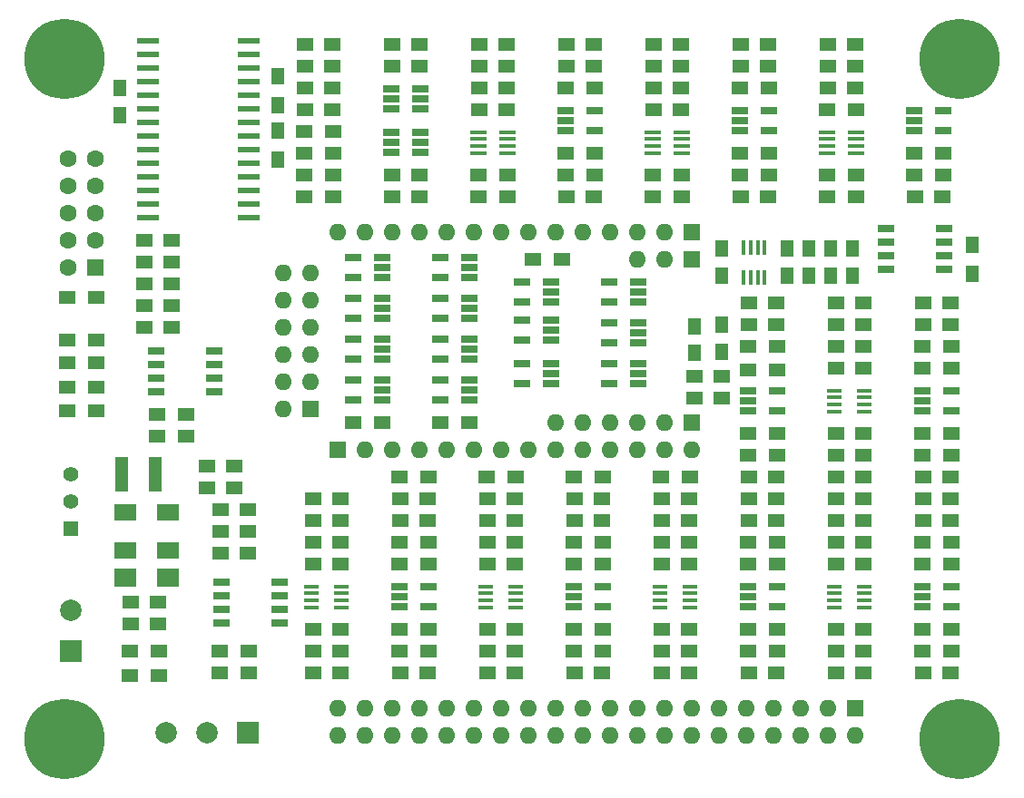
<source format=gbr>
G04 #@! TF.FileFunction,Soldermask,Bot*
%FSLAX46Y46*%
G04 Gerber Fmt 4.6, Leading zero omitted, Abs format (unit mm)*
G04 Created by KiCad (PCBNEW 4.0.6) date 04/24/18 14:39:14*
%MOMM*%
%LPD*%
G01*
G04 APERTURE LIST*
%ADD10C,0.100000*%
%ADD11C,7.500000*%
%ADD12R,1.500000X1.300000*%
%ADD13R,1.560000X0.650000*%
%ADD14O,1.600000X1.600000*%
%ADD15R,1.600000X1.600000*%
%ADD16R,1.400000X0.400000*%
%ADD17R,1.500000X1.250000*%
%ADD18C,1.600000*%
%ADD19R,2.000000X1.600000*%
%ADD20R,1.250000X1.500000*%
%ADD21R,2.000000X2.000000*%
%ADD22C,2.000000*%
%ADD23R,1.200000X3.300000*%
%ADD24R,2.000000X1.700000*%
%ADD25R,1.300000X1.500000*%
%ADD26R,1.550000X0.650000*%
%ADD27R,1.400000X1.400000*%
%ADD28C,1.400000*%
%ADD29R,0.400000X1.400000*%
%ADD30R,1.560000X0.400000*%
%ADD31R,2.000000X0.600000*%
G04 APERTURE END LIST*
D10*
D11*
X86750000Y66750000D03*
D12*
X68914000Y55880000D03*
X66214000Y55880000D03*
D13*
X33702000Y62042000D03*
X33702000Y62992000D03*
X33702000Y63942000D03*
X36402000Y63942000D03*
X36402000Y62042000D03*
X36402000Y62992000D03*
D14*
X54102000Y30226000D03*
X49022000Y32766000D03*
X51562000Y32766000D03*
X54102000Y32766000D03*
X56642000Y32766000D03*
X59182000Y32766000D03*
D15*
X61722000Y32766000D03*
D14*
X38862000Y30226000D03*
X41402000Y30226000D03*
X43942000Y30226000D03*
X46482000Y30226000D03*
X49022000Y30226000D03*
X51562000Y30226000D03*
X61722000Y30226000D03*
X31242000Y30226000D03*
X56642000Y30226000D03*
X33782000Y30226000D03*
X59182000Y30226000D03*
X36322000Y30226000D03*
D15*
X28702000Y30226000D03*
D14*
X23622000Y34036000D03*
X23622000Y46736000D03*
X23622000Y44196000D03*
X23622000Y41656000D03*
X23622000Y39116000D03*
X23622000Y36576000D03*
D15*
X26162000Y34036000D03*
D14*
X26162000Y36576000D03*
X26162000Y39116000D03*
X26162000Y41656000D03*
X26162000Y44196000D03*
X26162000Y46736000D03*
X56642000Y48006000D03*
X59182000Y48006000D03*
D15*
X61722000Y48006000D03*
X61722000Y50546000D03*
D14*
X36322000Y50546000D03*
X59182000Y50546000D03*
X33782000Y50546000D03*
X56642000Y50546000D03*
X31242000Y50546000D03*
X54102000Y50546000D03*
X28702000Y50546000D03*
X51562000Y50546000D03*
X49022000Y50546000D03*
X46482000Y50546000D03*
X43942000Y50546000D03*
X41402000Y50546000D03*
X38862000Y50546000D03*
D16*
X42542000Y15540000D03*
X42542000Y16180000D03*
X42542000Y16840000D03*
X42542000Y17480000D03*
X45342000Y17480000D03*
X45342000Y16840000D03*
X45342000Y16180000D03*
X45342000Y15540000D03*
D17*
X28936000Y13462000D03*
X26436000Y13462000D03*
D15*
X6096000Y47244000D03*
D18*
X3556000Y47244000D03*
X6096000Y49784000D03*
X3556000Y49784000D03*
X6096000Y52324000D03*
X3556000Y52324000D03*
X6096000Y54864000D03*
X3556000Y54864000D03*
X6096000Y57404000D03*
X3556000Y57404000D03*
D19*
X8922000Y20828000D03*
X12922000Y20828000D03*
D11*
X3250000Y3250000D03*
X86750000Y3250000D03*
X3250000Y66750000D03*
D19*
X8922000Y24384000D03*
X12922000Y24384000D03*
D17*
X9418000Y13970000D03*
X11918000Y13970000D03*
X9418000Y16002000D03*
X11918000Y16002000D03*
D20*
X74676000Y46502000D03*
X74676000Y49002000D03*
X76708000Y46502000D03*
X76708000Y49002000D03*
D17*
X34564000Y25654000D03*
X37064000Y25654000D03*
X37064000Y23622000D03*
X34564000Y23622000D03*
X28936000Y9398000D03*
X26436000Y9398000D03*
X26436000Y25654000D03*
X28936000Y25654000D03*
X26436000Y23622000D03*
X28936000Y23622000D03*
X28936000Y21590000D03*
X26436000Y21590000D03*
X28936000Y19558000D03*
X26436000Y19558000D03*
X28936000Y11430000D03*
X26436000Y11430000D03*
X50820000Y25654000D03*
X53320000Y25654000D03*
X53320000Y23622000D03*
X50820000Y23622000D03*
X45192000Y9398000D03*
X42692000Y9398000D03*
X42692000Y25654000D03*
X45192000Y25654000D03*
X42692000Y23622000D03*
X45192000Y23622000D03*
X45192000Y21590000D03*
X42692000Y21590000D03*
X45192000Y19558000D03*
X42692000Y19558000D03*
X45192000Y13462000D03*
X42692000Y13462000D03*
X45192000Y11430000D03*
X42692000Y11430000D03*
X67076000Y25654000D03*
X69576000Y25654000D03*
X69576000Y23622000D03*
X67076000Y23622000D03*
X61448000Y9398000D03*
X58948000Y9398000D03*
X58948000Y25654000D03*
X61448000Y25654000D03*
X58948000Y23622000D03*
X61448000Y23622000D03*
X61448000Y21590000D03*
X58948000Y21590000D03*
X61448000Y19558000D03*
X58948000Y19558000D03*
X61448000Y13462000D03*
X58948000Y13462000D03*
X61448000Y11430000D03*
X58948000Y11430000D03*
X83332000Y25654000D03*
X85832000Y25654000D03*
X85832000Y23622000D03*
X83332000Y23622000D03*
X77704000Y9398000D03*
X75204000Y9398000D03*
X75204000Y25654000D03*
X77704000Y25654000D03*
X75204000Y23622000D03*
X77704000Y23622000D03*
X77704000Y21590000D03*
X75204000Y21590000D03*
X77704000Y19558000D03*
X75204000Y19558000D03*
X77704000Y13462000D03*
X75204000Y13462000D03*
X77704000Y11430000D03*
X75204000Y11430000D03*
X67076000Y43942000D03*
X69576000Y43942000D03*
X69576000Y41910000D03*
X67076000Y41910000D03*
X64496000Y35052000D03*
X61996000Y35052000D03*
X64496000Y37084000D03*
X61996000Y37084000D03*
D20*
X64516000Y39390000D03*
X64516000Y41890000D03*
X61976000Y41763000D03*
X61976000Y39263000D03*
X64516000Y46502000D03*
X64516000Y49002000D03*
X70612000Y46502000D03*
X70612000Y49002000D03*
X72644000Y46502000D03*
X72644000Y49002000D03*
D17*
X83332000Y43942000D03*
X85832000Y43942000D03*
X85832000Y41910000D03*
X83332000Y41910000D03*
X75204000Y27686000D03*
X77704000Y27686000D03*
X75204000Y43942000D03*
X77704000Y43942000D03*
X75204000Y41910000D03*
X77704000Y41910000D03*
X77704000Y39878000D03*
X75204000Y39878000D03*
X77704000Y37846000D03*
X75204000Y37846000D03*
X75204000Y31750000D03*
X77704000Y31750000D03*
X75204000Y29718000D03*
X77704000Y29718000D03*
X66314000Y68072000D03*
X68814000Y68072000D03*
X68814000Y66040000D03*
X66314000Y66040000D03*
X76942000Y66040000D03*
X74442000Y66040000D03*
X74442000Y68072000D03*
X76942000Y68072000D03*
X74442000Y64008000D03*
X76942000Y64008000D03*
X60686000Y61976000D03*
X58186000Y61976000D03*
X52558000Y68072000D03*
X50058000Y68072000D03*
X60686000Y66040000D03*
X58186000Y66040000D03*
X58186000Y68072000D03*
X60686000Y68072000D03*
X58186000Y64008000D03*
X60686000Y64008000D03*
X44430000Y61976000D03*
X41930000Y61976000D03*
X41930000Y64008000D03*
X44430000Y64008000D03*
X44430000Y66040000D03*
X41930000Y66040000D03*
X41930000Y68072000D03*
X44430000Y68072000D03*
X52558000Y66040000D03*
X50058000Y66040000D03*
X36302000Y68072000D03*
X33802000Y68072000D03*
X36302000Y66040000D03*
X33802000Y66040000D03*
X36302000Y55880000D03*
X33802000Y55880000D03*
X36302000Y53848000D03*
X33802000Y53848000D03*
X25674000Y68072000D03*
X28174000Y68072000D03*
X25674000Y66040000D03*
X28174000Y66040000D03*
X25674000Y64008000D03*
X28174000Y64008000D03*
X25674000Y61976000D03*
X28174000Y61976000D03*
X13188000Y49784000D03*
X10688000Y49784000D03*
X13188000Y47752000D03*
X10688000Y47752000D03*
X13188000Y45720000D03*
X10688000Y45720000D03*
X13188000Y43688000D03*
X10688000Y43688000D03*
X13188000Y41656000D03*
X10688000Y41656000D03*
X19030000Y28702000D03*
X16530000Y28702000D03*
X19030000Y26670000D03*
X16530000Y26670000D03*
X20300000Y24638000D03*
X17800000Y24638000D03*
X20300000Y22606000D03*
X17800000Y22606000D03*
X20300000Y20574000D03*
X17800000Y20574000D03*
D20*
X8382000Y61488000D03*
X8382000Y63988000D03*
D21*
X3810000Y11430000D03*
D22*
X3810000Y15240000D03*
D21*
X20320000Y3810000D03*
D22*
X12700000Y3810000D03*
X16510000Y3810000D03*
D15*
X76962000Y6096000D03*
D14*
X76962000Y3556000D03*
X74422000Y6096000D03*
X74422000Y3556000D03*
X71882000Y6096000D03*
X71882000Y3556000D03*
X69342000Y6096000D03*
X69342000Y3556000D03*
X66802000Y6096000D03*
X66802000Y3556000D03*
X64262000Y6096000D03*
X64262000Y3556000D03*
X61722000Y6096000D03*
X61722000Y3556000D03*
X59182000Y6096000D03*
X59182000Y3556000D03*
X56642000Y6096000D03*
X56642000Y3556000D03*
X54102000Y6096000D03*
X54102000Y3556000D03*
X51562000Y6096000D03*
X51562000Y3556000D03*
X49022000Y6096000D03*
X49022000Y3556000D03*
X46482000Y6096000D03*
X46482000Y3556000D03*
X43942000Y6096000D03*
X43942000Y3556000D03*
X41402000Y6096000D03*
X41402000Y3556000D03*
X38862000Y6096000D03*
X38862000Y3556000D03*
X36322000Y6096000D03*
X36322000Y3556000D03*
X33782000Y6096000D03*
X33782000Y3556000D03*
X31242000Y6096000D03*
X31242000Y3556000D03*
X28702000Y6096000D03*
X28702000Y3556000D03*
D23*
X11710000Y27940000D03*
X8610000Y27940000D03*
D17*
X37064000Y9398000D03*
X34564000Y9398000D03*
X50820000Y9398000D03*
X53320000Y9398000D03*
X69576000Y9398000D03*
X67076000Y9398000D03*
X85832000Y9398000D03*
X83332000Y9398000D03*
X67076000Y27686000D03*
X69576000Y27686000D03*
X85832000Y27686000D03*
X83332000Y27686000D03*
X85070000Y53848000D03*
X82570000Y53848000D03*
X68814000Y53848000D03*
X66314000Y53848000D03*
X52558000Y53848000D03*
X50058000Y53848000D03*
D24*
X8922000Y18288000D03*
X12922000Y18288000D03*
D12*
X46910000Y48006000D03*
X49610000Y48006000D03*
X32846000Y32766000D03*
X30146000Y32766000D03*
X40974000Y32766000D03*
X38274000Y32766000D03*
X12018000Y9144000D03*
X9318000Y9144000D03*
X12018000Y11430000D03*
X9318000Y11430000D03*
X6176000Y44450000D03*
X3476000Y44450000D03*
D25*
X87884000Y49356000D03*
X87884000Y46656000D03*
D12*
X34464000Y11430000D03*
X37164000Y11430000D03*
X37164000Y13462000D03*
X34464000Y13462000D03*
X37164000Y21590000D03*
X34464000Y21590000D03*
X34464000Y19558000D03*
X37164000Y19558000D03*
X50720000Y11430000D03*
X53420000Y11430000D03*
X53420000Y13462000D03*
X50720000Y13462000D03*
X53420000Y21590000D03*
X50720000Y21590000D03*
X50720000Y19558000D03*
X53420000Y19558000D03*
X66976000Y11430000D03*
X69676000Y11430000D03*
X69676000Y13462000D03*
X66976000Y13462000D03*
X69676000Y21590000D03*
X66976000Y21590000D03*
X66976000Y19558000D03*
X69676000Y19558000D03*
X83232000Y11430000D03*
X85932000Y11430000D03*
X85932000Y13462000D03*
X83232000Y13462000D03*
X85932000Y21590000D03*
X83232000Y21590000D03*
X83232000Y19558000D03*
X85932000Y19558000D03*
X69676000Y29718000D03*
X66976000Y29718000D03*
X66976000Y31750000D03*
X69676000Y31750000D03*
X69676000Y39878000D03*
X66976000Y39878000D03*
X69676000Y37719000D03*
X66976000Y37719000D03*
X83232000Y29718000D03*
X85932000Y29718000D03*
X83232000Y31750000D03*
X85932000Y31750000D03*
X85932000Y39878000D03*
X83232000Y39878000D03*
X83232000Y37846000D03*
X85932000Y37846000D03*
X45292000Y27686000D03*
X42592000Y27686000D03*
X34464000Y27686000D03*
X37164000Y27686000D03*
X61548000Y27686000D03*
X58848000Y27686000D03*
X53420000Y27686000D03*
X50720000Y27686000D03*
X77042000Y53848000D03*
X74342000Y53848000D03*
X77042000Y55880000D03*
X74342000Y55880000D03*
X85170000Y55880000D03*
X82470000Y55880000D03*
X82470000Y57912000D03*
X85170000Y57912000D03*
X74342000Y61976000D03*
X77042000Y61976000D03*
X60786000Y53848000D03*
X58086000Y53848000D03*
X60786000Y55880000D03*
X58086000Y55880000D03*
X66214000Y57912000D03*
X68914000Y57912000D03*
X68914000Y64008000D03*
X66214000Y64008000D03*
X44530000Y53848000D03*
X41830000Y53848000D03*
X44530000Y55880000D03*
X41830000Y55880000D03*
X52658000Y55880000D03*
X49958000Y55880000D03*
X49958000Y57912000D03*
X52658000Y57912000D03*
X52658000Y64008000D03*
X49958000Y64008000D03*
X14558000Y31496000D03*
X11858000Y31496000D03*
X11858000Y33528000D03*
X14558000Y33528000D03*
X20400000Y9398000D03*
X17700000Y9398000D03*
X17700000Y11430000D03*
X20400000Y11430000D03*
X3476000Y40513000D03*
X6176000Y40513000D03*
X3476000Y38354000D03*
X6176000Y38354000D03*
X3476000Y36068000D03*
X6176000Y36068000D03*
X3476000Y33909000D03*
X6176000Y33909000D03*
X25574000Y59944000D03*
X28274000Y59944000D03*
X28274000Y57912000D03*
X25574000Y57912000D03*
X25574000Y55880000D03*
X28274000Y55880000D03*
X28274000Y53848000D03*
X25574000Y53848000D03*
D25*
X23114000Y62404000D03*
X23114000Y65104000D03*
X23114000Y57324000D03*
X23114000Y60024000D03*
D26*
X79850000Y47117000D03*
X79850000Y48387000D03*
X79850000Y49657000D03*
X79850000Y50927000D03*
X85250000Y50927000D03*
X85250000Y49657000D03*
X85250000Y48387000D03*
X85250000Y47117000D03*
D27*
X3810000Y22860000D03*
D28*
X3810000Y27940000D03*
X3810000Y25400000D03*
D13*
X40974000Y40574000D03*
X40974000Y39624000D03*
X40974000Y38674000D03*
X38274000Y38674000D03*
X38274000Y40574000D03*
X40974000Y44384000D03*
X40974000Y43434000D03*
X40974000Y42484000D03*
X38274000Y42484000D03*
X38274000Y44384000D03*
X40974000Y48194000D03*
X40974000Y47244000D03*
X40974000Y46294000D03*
X38274000Y46294000D03*
X38274000Y48194000D03*
X32846000Y40574000D03*
X32846000Y39624000D03*
X32846000Y38674000D03*
X30146000Y38674000D03*
X30146000Y40574000D03*
X32846000Y44384000D03*
X32846000Y43434000D03*
X32846000Y42484000D03*
X30146000Y42484000D03*
X30146000Y44384000D03*
X32846000Y48194000D03*
X32846000Y47244000D03*
X32846000Y46294000D03*
X30146000Y46294000D03*
X30146000Y48194000D03*
X34464000Y15560000D03*
X34464000Y16510000D03*
X34464000Y17460000D03*
X37164000Y17460000D03*
X37164000Y15560000D03*
D16*
X26286000Y15540000D03*
X26286000Y16180000D03*
X26286000Y16840000D03*
X26286000Y17480000D03*
X29086000Y17480000D03*
X29086000Y16840000D03*
X29086000Y16180000D03*
X29086000Y15540000D03*
D13*
X50720000Y15560000D03*
X50720000Y16510000D03*
X50720000Y17460000D03*
X53420000Y17460000D03*
X53420000Y15560000D03*
X66976000Y15560000D03*
X66976000Y16510000D03*
X66976000Y17460000D03*
X69676000Y17460000D03*
X69676000Y15560000D03*
D16*
X58798000Y15540000D03*
X58798000Y16180000D03*
X58798000Y16840000D03*
X58798000Y17480000D03*
X61598000Y17480000D03*
X61598000Y16840000D03*
X61598000Y16180000D03*
X61598000Y15540000D03*
D13*
X83232000Y15560000D03*
X83232000Y16510000D03*
X83232000Y17460000D03*
X85932000Y17460000D03*
X85932000Y15560000D03*
D16*
X75054000Y15540000D03*
X75054000Y16180000D03*
X75054000Y16840000D03*
X75054000Y17480000D03*
X77854000Y17480000D03*
X77854000Y16840000D03*
X77854000Y16180000D03*
X77854000Y15540000D03*
D13*
X66976000Y33848000D03*
X66976000Y34798000D03*
X66976000Y35748000D03*
X69676000Y35748000D03*
X69676000Y33848000D03*
D29*
X66594000Y49152000D03*
X67234000Y49152000D03*
X67894000Y49152000D03*
X68534000Y49152000D03*
X68534000Y46352000D03*
X67894000Y46352000D03*
X67234000Y46352000D03*
X66594000Y46352000D03*
D13*
X83232000Y33848000D03*
X83232000Y34798000D03*
X83232000Y35748000D03*
X85932000Y35748000D03*
X85932000Y33848000D03*
D16*
X75054000Y33828000D03*
X75054000Y34468000D03*
X75054000Y35128000D03*
X75054000Y35768000D03*
X77854000Y35768000D03*
X77854000Y35128000D03*
X77854000Y34468000D03*
X77854000Y33828000D03*
D13*
X32846000Y36764000D03*
X32846000Y35814000D03*
X32846000Y34864000D03*
X30146000Y34864000D03*
X30146000Y36764000D03*
X40974000Y36764000D03*
X40974000Y35814000D03*
X40974000Y34864000D03*
X38274000Y34864000D03*
X38274000Y36764000D03*
X48594000Y38288000D03*
X48594000Y37338000D03*
X48594000Y36388000D03*
X45894000Y36388000D03*
X45894000Y38288000D03*
X48594000Y42352000D03*
X48594000Y41402000D03*
X48594000Y40452000D03*
X45894000Y40452000D03*
X45894000Y42352000D03*
X48594000Y45908000D03*
X48594000Y44958000D03*
X48594000Y44008000D03*
X45894000Y44008000D03*
X45894000Y45908000D03*
X56722000Y45908000D03*
X56722000Y44958000D03*
X56722000Y44008000D03*
X54022000Y44008000D03*
X54022000Y45908000D03*
X56722000Y38288000D03*
X56722000Y37338000D03*
X56722000Y36388000D03*
X54022000Y36388000D03*
X54022000Y38288000D03*
X56722000Y42098000D03*
X56722000Y41148000D03*
X56722000Y40198000D03*
X54022000Y40198000D03*
X54022000Y42098000D03*
D30*
X74342000Y57948000D03*
X74342000Y58598000D03*
X74342000Y59258000D03*
X74342000Y59908000D03*
X77042000Y59908000D03*
X77042000Y59258000D03*
X77042000Y58598000D03*
X77042000Y57948000D03*
D13*
X82470000Y60010000D03*
X82470000Y60960000D03*
X82470000Y61910000D03*
X85170000Y61910000D03*
X85170000Y60010000D03*
D30*
X58086000Y57948000D03*
X58086000Y58598000D03*
X58086000Y59258000D03*
X58086000Y59908000D03*
X60786000Y59908000D03*
X60786000Y59258000D03*
X60786000Y58598000D03*
X60786000Y57948000D03*
D13*
X66214000Y60010000D03*
X66214000Y60960000D03*
X66214000Y61910000D03*
X68914000Y61910000D03*
X68914000Y60010000D03*
D30*
X41830000Y57948000D03*
X41830000Y58598000D03*
X41830000Y59258000D03*
X41830000Y59908000D03*
X44530000Y59908000D03*
X44530000Y59258000D03*
X44530000Y58598000D03*
X44530000Y57948000D03*
D13*
X49958000Y60010000D03*
X49958000Y60960000D03*
X49958000Y61910000D03*
X52658000Y61910000D03*
X52658000Y60010000D03*
X33702000Y57978000D03*
X33702000Y58928000D03*
X33702000Y59878000D03*
X36402000Y59878000D03*
X36402000Y57978000D03*
X36402000Y58928000D03*
D26*
X11778000Y35687000D03*
X11778000Y36957000D03*
X11778000Y38227000D03*
X11778000Y39497000D03*
X17178000Y39497000D03*
X17178000Y38227000D03*
X17178000Y36957000D03*
X17178000Y35687000D03*
X17874000Y14097000D03*
X17874000Y15367000D03*
X17874000Y16637000D03*
X17874000Y17907000D03*
X23274000Y17907000D03*
X23274000Y16637000D03*
X23274000Y15367000D03*
X23274000Y14097000D03*
D31*
X11048000Y51943000D03*
X11048000Y53213000D03*
X11048000Y54483000D03*
X11048000Y55753000D03*
X11048000Y57023000D03*
X11048000Y58293000D03*
X11048000Y59563000D03*
X11048000Y60833000D03*
X11048000Y62103000D03*
X11048000Y63373000D03*
X11048000Y64643000D03*
X11048000Y65913000D03*
X11048000Y67183000D03*
X11048000Y68453000D03*
X20448000Y68453000D03*
X20448000Y67183000D03*
X20448000Y65913000D03*
X20448000Y64643000D03*
X20448000Y63373000D03*
X20448000Y62103000D03*
X20448000Y60833000D03*
X20448000Y59563000D03*
X20448000Y58293000D03*
X20448000Y57023000D03*
X20448000Y55753000D03*
X20448000Y54483000D03*
X20448000Y53213000D03*
X20448000Y51943000D03*
M02*

</source>
